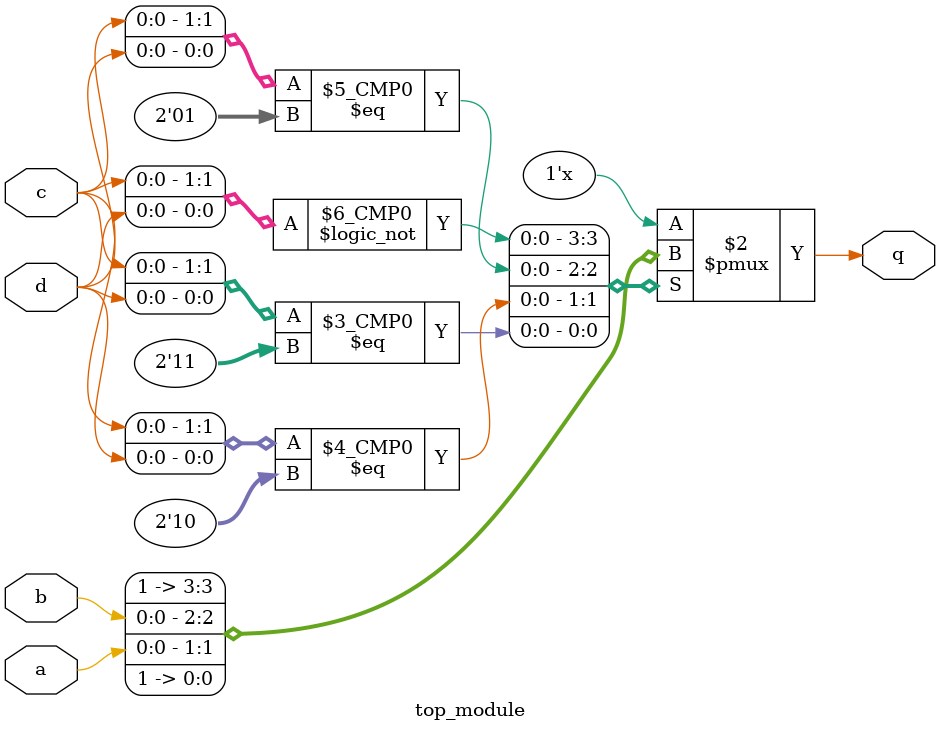
<source format=sv>
module top_module (
    input wire a,
    input wire b,
    input wire c,
    input wire d,
    output reg q
);

    always @(*)
    begin
        case ({c, d})
            2'b00: q = 1'b1;
            2'b01: q = b;
            2'b10: q = a;
            2'b11: q = 1'b1;
        endcase
    end

endmodule

</source>
